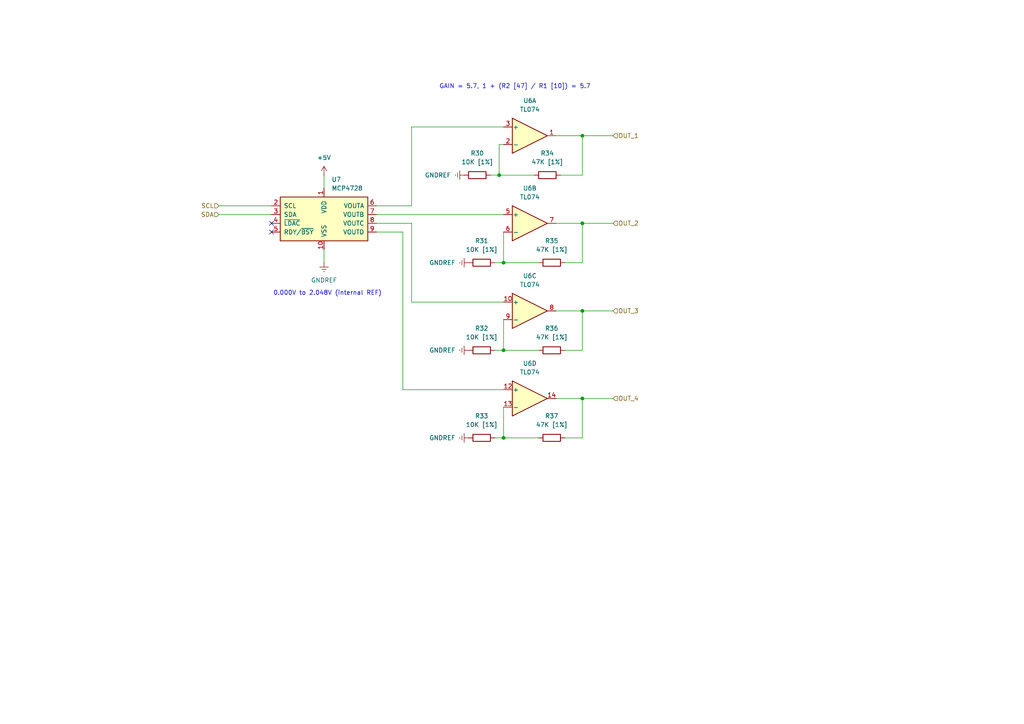
<source format=kicad_sch>
(kicad_sch (version 20231120) (generator "eeschema") (generator_version "8.0")
  (paper "A4")
  (lib_symbols
    (symbol "Amplifier_Operational:TL074" (pin_names (offset 0.127))
      (property "Reference" "U" (at 0 5.08 0))
      (property "Value" "TL074" (at 0 -5.08 0))
      (symbol "TL074_1_1"
        (polyline (pts (xy -5.08 5.08) (xy 5.08 0) (xy -5.08 -5.08) (xy -5.08 5.08)) (stroke (width 0.254)) (fill (type background)))
        (pin output line (at 7.62 0 180) (length 2.54) (name "~") (number "1"))
        (pin input line (at -7.62 -2.54 0) (length 2.54) (name "-") (number "2"))
        (pin input line (at -7.62 2.54 0) (length 2.54) (name "+") (number "3"))
      )
      (symbol "TL074_2_1"
        (polyline (pts (xy -5.08 5.08) (xy 5.08 0) (xy -5.08 -5.08) (xy -5.08 5.08)) (stroke (width 0.254)) (fill (type background)))
        (pin input line (at -7.62 2.54 0) (length 2.54) (name "+") (number "5"))
        (pin input line (at -7.62 -2.54 0) (length 2.54) (name "-") (number "6"))
        (pin output line (at 7.62 0 180) (length 2.54) (name "~") (number "7"))
      )
      (symbol "TL074_3_1"
        (polyline (pts (xy -5.08 5.08) (xy 5.08 0) (xy -5.08 -5.08) (xy -5.08 5.08)) (stroke (width 0.254)) (fill (type background)))
        (pin input line (at -7.62 2.54 0) (length 2.54) (name "+") (number "10"))
        (pin output line (at 7.62 0 180) (length 2.54) (name "~") (number "8"))
        (pin input line (at -7.62 -2.54 0) (length 2.54) (name "-") (number "9"))
      )
      (symbol "TL074_4_1"
        (polyline (pts (xy -5.08 5.08) (xy 5.08 0) (xy -5.08 -5.08) (xy -5.08 5.08)) (stroke (width 0.254)) (fill (type background)))
        (pin input line (at -7.62 2.54 0) (length 2.54) (name "+") (number "12"))
        (pin input line (at -7.62 -2.54 0) (length 2.54) (name "-") (number "13"))
        (pin output line (at 7.62 0 180) (length 2.54) (name "~") (number "14"))
      )
      (symbol "TL074_5_1"
        (pin power_in line (at -2.54 -7.62 90) (length 3.81) (name "V-") (number "11"))
        (pin power_in line (at -2.54 7.62 270) (length 3.81) (name "V+") (number "4"))
      )
    )
    (symbol "Analog_DAC:MCP4728" (pin_names (offset 1.016))
      (property "Reference" "U" (at -12.7 6.35 0))
      (property "Value" "MCP4728" (at 12.7 6.35 0))
      (symbol "MCP4728_0_1"
        (rectangle (start -12.7 5.08) (end 12.7 -7.62) (stroke (width 0.254)) (fill (type background)))
      )
      (symbol "MCP4728_1_1"
        (pin power_in line (at 0 7.62 270) (length 2.54) (name "VDD") (number "1"))
        (pin power_in line (at 0 -10.16 90) (length 2.54) (name "VSS") (number "10"))
        (pin input line (at -15.24 2.54 0) (length 2.54) (name "SCL") (number "2"))
        (pin bidirectional line (at -15.24 0 0) (length 2.54) (name "SDA") (number "3"))
        (pin input line (at -15.24 -2.54 0) (length 2.54) (name "~{LDAC}") (number "4"))
        (pin output line (at -15.24 -5.08 0) (length 2.54) (name "RDY/~{BSY}") (number "5"))
        (pin output line (at 15.24 2.54 180) (length 2.54) (name "VOUTA") (number "6"))
        (pin output line (at 15.24 0 180) (length 2.54) (name "VOUTB") (number "7"))
        (pin output line (at 15.24 -2.54 180) (length 2.54) (name "VOUTC") (number "8"))
        (pin output line (at 15.24 -5.08 180) (length 2.54) (name "VOUTD") (number "9"))
      )
    )
    (symbol "GNDREF_2" (power) (pin_numbers hide) (pin_names (offset 0) hide)
      (property "Value" "GNDREF" (at 0 -3.81 0))
      (symbol "GNDREF_2_0_1"
        (polyline (pts (xy -0.635 -1.905) (xy 0.635 -1.905)))
        (polyline (pts (xy -0.127 -2.54) (xy 0.127 -2.54)))
        (polyline (pts (xy 0 -1.27) (xy 0 0)))
        (polyline (pts (xy 1.27 -1.27) (xy -1.27 -1.27)))
      )
      (symbol "GNDREF_2_1_1"
        (pin power_in line (at 0 0 270) (length 0) (name "~") (number "1"))
      )
    )
    (symbol "power:+5V" (power) (pin_numbers hide) (pin_names (offset 0) hide)
      (property "Value" "+5V" (at 0 3.556 0))
      (symbol "+5V_0_1"
        (polyline (pts (xy -0.762 1.27) (xy 0 2.54)))
        (polyline (pts (xy 0 0) (xy 0 2.54)))
        (polyline (pts (xy 0 2.54) (xy 0.762 1.27)))
      )
      (symbol "+5V_1_1"
        (pin power_in line (at 0 0 90) (length 0) (name "~") (number "1"))
      )
    )
    (symbol "synth:R_Default" (pin_numbers hide) (pin_names (offset 0))
      (property "Reference" "R" (at -2.032 0 90))
      (property "Value" "R1" (at 2.032 0 90))
      (symbol "R_Default_0_1"
        (rectangle (start 1.016 -2.54) (end -1.016 2.54) (stroke (width 0.254)))
      )
      (symbol "R_Default_1_1"
        (pin passive line (at 0 -3.81 90) (length 1.27) (name "~") (number "1"))
        (pin passive line (at 0 3.81 270) (length 1.27) (name "~") (number "2"))
      )
    )
  )
  (junction (at 168.91 39.37))
  (junction (at 146.05 127))
  (junction (at 168.91 115.57))
  (junction (at 146.05 76.2))
  (junction (at 146.05 101.6))
  (junction (at 168.91 90.17))
  (junction (at 168.91 64.77))
  (junction (at 144.78 50.8))
  (no_connect (at 78.74 64.77))
  (no_connect (at 78.74 67.31))
  (wire (pts (xy 168.91 39.37) (xy 168.91 50.8)))
  (wire (pts (xy 144.78 41.91) (xy 146.05 41.91)))
  (wire (pts (xy 146.05 76.2) (xy 146.05 67.31)))
  (wire (pts (xy 168.91 127) (xy 163.83 127)))
  (wire (pts (xy 168.91 50.8) (xy 162.56 50.8)))
  (wire (pts (xy 168.91 64.77) (xy 177.8 64.77)))
  (wire (pts (xy 109.22 59.69) (xy 119.38 59.69)))
  (wire (pts (xy 168.91 76.2) (xy 163.83 76.2)))
  (wire (pts (xy 143.51 101.6) (xy 146.05 101.6)))
  (wire (pts (xy 119.38 87.63) (xy 146.05 87.63)))
  (wire (pts (xy 109.22 64.77) (xy 119.38 64.77)))
  (wire (pts (xy 161.29 90.17) (xy 168.91 90.17)))
  (wire (pts (xy 142.24 50.8) (xy 144.78 50.8)))
  (wire (pts (xy 146.05 127) (xy 146.05 118.11)))
  (wire (pts (xy 146.05 76.2) (xy 156.21 76.2)))
  (wire (pts (xy 109.22 67.31) (xy 116.84 67.31)))
  (wire (pts (xy 168.91 39.37) (xy 177.8 39.37)))
  (wire (pts (xy 161.29 115.57) (xy 168.91 115.57)))
  (wire (pts (xy 168.91 64.77) (xy 168.91 76.2)))
  (wire (pts (xy 116.84 113.03) (xy 146.05 113.03)))
  (wire (pts (xy 116.84 67.31) (xy 116.84 113.03)))
  (wire (pts (xy 168.91 101.6) (xy 163.83 101.6)))
  (wire (pts (xy 93.98 50.8) (xy 93.98 54.61)))
  (wire (pts (xy 146.05 127) (xy 156.21 127)))
  (wire (pts (xy 119.38 64.77) (xy 119.38 87.63)))
  (wire (pts (xy 168.91 115.57) (xy 168.91 127)))
  (wire (pts (xy 144.78 50.8) (xy 154.94 50.8)))
  (wire (pts (xy 168.91 90.17) (xy 177.8 90.17)))
  (wire (pts (xy 63.5 59.69) (xy 78.74 59.69)))
  (wire (pts (xy 93.98 76.2) (xy 93.98 72.39)))
  (wire (pts (xy 119.38 36.83) (xy 146.05 36.83)))
  (wire (pts (xy 146.05 101.6) (xy 156.21 101.6)))
  (wire (pts (xy 144.78 50.8) (xy 144.78 41.91)))
  (wire (pts (xy 143.51 76.2) (xy 146.05 76.2)))
  (wire (pts (xy 168.91 90.17) (xy 168.91 101.6)))
  (wire (pts (xy 63.5 62.23) (xy 78.74 62.23)))
  (wire (pts (xy 119.38 59.69) (xy 119.38 36.83)))
  (wire (pts (xy 161.29 64.77) (xy 168.91 64.77)))
  (wire (pts (xy 161.29 39.37) (xy 168.91 39.37)))
  (wire (pts (xy 109.22 62.23) (xy 146.05 62.23)))
  (wire (pts (xy 146.05 101.6) (xy 146.05 92.71)))
  (wire (pts (xy 143.51 127) (xy 146.05 127)))
  (wire (pts (xy 168.91 115.57) (xy 177.8 115.57)))
  (text "GAIN = 5.7, 1 + (R2 [47] / R1 [10]) = 5.7" (at 149.352 25.146 0) (effects (font (size 1.27 1.27))))
  (text "0.000V to 2.048V (internal REF)" (at 94.996 85.09 0) (effects (font (size 1.27 1.27))))
  (hierarchical_label "SCL" (shape input) (at 63.5 59.69 180))
  (hierarchical_label "SDA" (shape input) (at 63.5 62.23 180))
  (hierarchical_label "OUT_2" (shape input) (at 177.8 64.77 0))
  (hierarchical_label "OUT_4" (shape input) (at 177.8 115.57 0))
  (hierarchical_label "OUT_3" (shape input) (at 177.8 90.17 0))
  (hierarchical_label "OUT_1" (shape input) (at 177.8 39.37 0))
  (symbol (lib_id "Amplifier_Operational:TL074") (at 153.67 64.77 0) (unit 2)
    (property "Reference" "U6" (at 153.67 54.61 0))
    (property "Value" "TL074" (at 153.67 57.15 0))
    (property "Datasheet" "http://www.ti.com/lit/ds/symlink/tl071.pdf" (effects (hide yes)))
    (property "Description" "Quad Low-Noise JFET-Input Operational Amplifiers, DIP-14/SOIC-14" (effects (hide yes)))
    (instances (project "midi-2-cv" (path "" (reference "U6") (unit 2)) (path "" (reference "U3") (unit 2)) (path "" (reference "U2") (unit 2))))
  )
  (symbol (lib_name "GNDREF_2") (lib_id "power:GNDREF") (at 134.62 50.8 270) (unit 1)
    (property "Reference" "#PWR044" (effects (hide yes)))
    (property "Value" "GNDREF" (at 130.81 50.7999 90) (effects (justify right)))
    (property "Description" "Power symbol creates a global label with name \"GNDREF\" , reference supply ground" (effects (hide yes)))
    (instances (project "midi-2-cv" (path "" (reference "#PWR044") (unit 1)) (path "" (reference "#PWR050") (unit 1)) (path "" (reference "#PWR056") (unit 1))))
  )
  (symbol (lib_id "power:+5V") (at 93.98 50.8 0) (unit 1)
    (property "Reference" "#PWR042" (effects (hide yes)))
    (property "Value" "+5V" (at 93.98 45.72 0))
    (property "Description" "Power symbol creates a global label with name \"+5V\"" (effects (hide yes)))
    (instances (project "midi-2-cv" (path "" (reference "#PWR042") (unit 1)) (path "" (reference "#PWR048") (unit 1)) (path "" (reference "#PWR054") (unit 1))))
  )
  (symbol (lib_name "GNDREF_2") (lib_id "power:GNDREF") (at 93.98 76.2 0) (unit 1)
    (property "Reference" "#PWR043" (effects (hide yes)))
    (property "Value" "GNDREF" (at 93.98 81.28 0))
    (property "Description" "Power symbol creates a global label with name \"GNDREF\" , reference supply ground" (effects (hide yes)))
    (instances (project "midi-2-cv" (path "" (reference "#PWR043") (unit 1)) (path "" (reference "#PWR049") (unit 1)) (path "" (reference "#PWR055") (unit 1))))
  )
  (symbol (lib_id "Amplifier_Operational:TL074") (at 153.67 90.17 0) (unit 3)
    (property "Reference" "U6" (at 153.67 80.01 0))
    (property "Value" "TL074" (at 153.67 82.55 0))
    (property "Datasheet" "http://www.ti.com/lit/ds/symlink/tl071.pdf" (effects (hide yes)))
    (property "Description" "Quad Low-Noise JFET-Input Operational Amplifiers, DIP-14/SOIC-14" (effects (hide yes)))
    (instances (project "midi-2-cv" (path "" (reference "U6") (unit 3)) (path "" (reference "U3") (unit 3)) (path "" (reference "U2") (unit 3))))
  )
  (symbol (lib_id "synth:R_Default") (at 160.02 101.6 90) (unit 1)
    (property "Reference" "R36" (at 160.02 95.25 90))
    (property "Value" "47K [1%]" (at 160.02 97.79 90))
    (property "Footprint" "Synth:R_Default (DIN0207)" (effects (hide yes)))
    (property "Description" "Resistor" (effects (hide yes)))
    (instances (project "midi-2-cv" (path "" (reference "R36") (unit 1)) (path "" (reference "R44") (unit 1)) (path "" (reference "R52") (unit 1))))
  )
  (symbol (lib_id "synth:R_Default") (at 139.7 101.6 90) (unit 1)
    (property "Reference" "R32" (at 139.7 95.25 90))
    (property "Value" "10K [1%]" (at 139.7 97.79 90))
    (property "Footprint" "Synth:R_Default (DIN0207)" (effects (hide yes)))
    (property "Description" "Resistor" (effects (hide yes)))
    (instances (project "midi-2-cv" (path "" (reference "R32") (unit 1)) (path "" (reference "R40") (unit 1)) (path "" (reference "R48") (unit 1))))
  )
  (symbol (lib_id "Amplifier_Operational:TL074") (at 153.67 115.57 0) (unit 4)
    (property "Reference" "U6" (at 153.67 105.41 0))
    (property "Value" "TL074" (at 153.67 107.95 0))
    (property "Datasheet" "http://www.ti.com/lit/ds/symlink/tl071.pdf" (effects (hide yes)))
    (property "Description" "Quad Low-Noise JFET-Input Operational Amplifiers, DIP-14/SOIC-14" (effects (hide yes)))
    (instances (project "midi-2-cv" (path "" (reference "U6") (unit 4)) (path "" (reference "U3") (unit 4)) (path "" (reference "U2") (unit 4))))
  )
  (symbol (lib_id "synth:R_Default") (at 160.02 127 90) (unit 1)
    (property "Reference" "R37" (at 160.02 120.65 90))
    (property "Value" "47K [1%]" (at 160.02 123.19 90))
    (property "Footprint" "Synth:R_Default (DIN0207)" (effects (hide yes)))
    (property "Description" "Resistor" (effects (hide yes)))
    (instances (project "midi-2-cv" (path "" (reference "R37") (unit 1)) (path "" (reference "R45") (unit 1)) (path "" (reference "R53") (unit 1))))
  )
  (symbol (lib_id "synth:R_Default") (at 139.7 127 90) (unit 1)
    (property "Reference" "R33" (at 139.7 120.65 90))
    (property "Value" "10K [1%]" (at 139.7 123.19 90))
    (property "Footprint" "Synth:R_Default (DIN0207)" (effects (hide yes)))
    (property "Description" "Resistor" (effects (hide yes)))
    (instances (project "midi-2-cv" (path "" (reference "R33") (unit 1)) (path "" (reference "R41") (unit 1)) (path "" (reference "R49") (unit 1))))
  )
  (symbol (lib_id "Analog_DAC:MCP4728") (at 93.98 62.23 0) (unit 1)
    (property "Reference" "U7" (at 96.1741 52.07 0) (effects (justify left)))
    (property "Value" "MCP4728" (at 96.1741 54.61 0) (effects (justify left)))
    (property "Footprint" "Package_SO:MSOP-10_3x3mm_P0.5mm" (effects (hide yes)))
    (property "Datasheet" "http://ww1.microchip.com/downloads/en/DeviceDoc/22187E.pdf" (effects (hide yes)))
    (property "Description" "12-bit digital to analog converter, quad output, 2.048V internal reference, integrated EEPROM, I2C interface" (effects (hide yes)))
    (instances (project "midi-2-cv" (path "" (reference "U7") (unit 1)) (path "" (reference "U8") (unit 1)) (path "" (reference "U9") (unit 1))))
  )
  (symbol (lib_id "synth:R_Default") (at 160.02 76.2 90) (unit 1)
    (property "Reference" "R35" (at 160.02 69.85 90))
    (property "Value" "47K [1%]" (at 160.02 72.39 90))
    (property "Footprint" "Synth:R_Default (DIN0207)" (effects (hide yes)))
    (property "Description" "Resistor" (effects (hide yes)))
    (instances (project "midi-2-cv" (path "" (reference "R35") (unit 1)) (path "" (reference "R43") (unit 1)) (path "" (reference "R51") (unit 1))))
  )
  (symbol (lib_id "synth:R_Default") (at 158.75 50.8 90) (unit 1)
    (property "Reference" "R34" (at 158.75 44.45 90))
    (property "Value" "47K [1%]" (at 158.75 46.99 90))
    (property "Footprint" "Synth:R_Default (DIN0207)" (effects (hide yes)))
    (property "Description" "Resistor" (effects (hide yes)))
    (instances (project "midi-2-cv" (path "" (reference "R34") (unit 1)) (path "" (reference "R42") (unit 1)) (path "" (reference "R50") (unit 1))))
  )
  (symbol (lib_id "synth:R_Default") (at 138.43 50.8 90) (unit 1)
    (property "Reference" "R30" (at 138.43 44.45 90))
    (property "Value" "10K [1%]" (at 138.43 46.99 90))
    (property "Footprint" "Synth:R_Default (DIN0207)" (effects (hide yes)))
    (property "Description" "Resistor" (effects (hide yes)))
    (instances (project "midi-2-cv" (path "" (reference "R30") (unit 1)) (path "" (reference "R38") (unit 1)) (path "" (reference "R46") (unit 1))))
  )
  (symbol (lib_id "Amplifier_Operational:TL074") (at 153.67 39.37 0) (unit 1)
    (property "Reference" "U6" (at 153.67 29.21 0))
    (property "Value" "TL074" (at 153.67 31.75 0))
    (property "Datasheet" "http://www.ti.com/lit/ds/symlink/tl071.pdf" (effects (hide yes)))
    (property "Description" "Quad Low-Noise JFET-Input Operational Amplifiers, DIP-14/SOIC-14" (effects (hide yes)))
    (instances (project "midi-2-cv" (path "" (reference "U6") (unit 1)) (path "" (reference "U3") (unit 1)) (path "" (reference "U2") (unit 1))))
  )
  (symbol (lib_name "GNDREF_2") (lib_id "power:GNDREF") (at 135.89 101.6 270) (unit 1)
    (property "Reference" "#PWR046" (effects (hide yes)))
    (property "Value" "GNDREF" (at 132.08 101.5999 90) (effects (justify right)))
    (property "Description" "Power symbol creates a global label with name \"GNDREF\" , reference supply ground" (effects (hide yes)))
    (instances (project "midi-2-cv" (path "" (reference "#PWR046") (unit 1)) (path "" (reference "#PWR052") (unit 1)) (path "" (reference "#PWR058") (unit 1))))
  )
  (symbol (lib_name "GNDREF_2") (lib_id "power:GNDREF") (at 135.89 76.2 270) (unit 1)
    (property "Reference" "#PWR045" (effects (hide yes)))
    (property "Value" "GNDREF" (at 132.08 76.1999 90) (effects (justify right)))
    (property "Description" "Power symbol creates a global label with name \"GNDREF\" , reference supply ground" (effects (hide yes)))
    (instances (project "midi-2-cv" (path "" (reference "#PWR045") (unit 1)) (path "" (reference "#PWR051") (unit 1)) (path "" (reference "#PWR057") (unit 1))))
  )
  (symbol (lib_id "synth:R_Default") (at 139.7 76.2 90) (unit 1)
    (property "Reference" "R31" (at 139.7 69.85 90))
    (property "Value" "10K [1%]" (at 139.7 72.39 90))
    (property "Footprint" "Synth:R_Default (DIN0207)" (effects (hide yes)))
    (property "Description" "Resistor" (effects (hide yes)))
    (instances (project "midi-2-cv" (path "" (reference "R31") (unit 1)) (path "" (reference "R39") (unit 1)) (path "" (reference "R47") (unit 1))))
  )
  (symbol (lib_name "GNDREF_2") (lib_id "power:GNDREF") (at 135.89 127 270) (unit 1)
    (property "Reference" "#PWR047" (effects (hide yes)))
    (property "Value" "GNDREF" (at 132.08 126.9999 90) (effects (justify right)))
    (property "Description" "Power symbol creates a global label with name \"GNDREF\" , reference supply ground" (effects (hide yes)))
    (instances (project "midi-2-cv" (path "" (reference "#PWR047") (unit 1)) (path "" (reference "#PWR053") (unit 1)) (path "" (reference "#PWR059") (unit 1))))
  )
)
</source>
